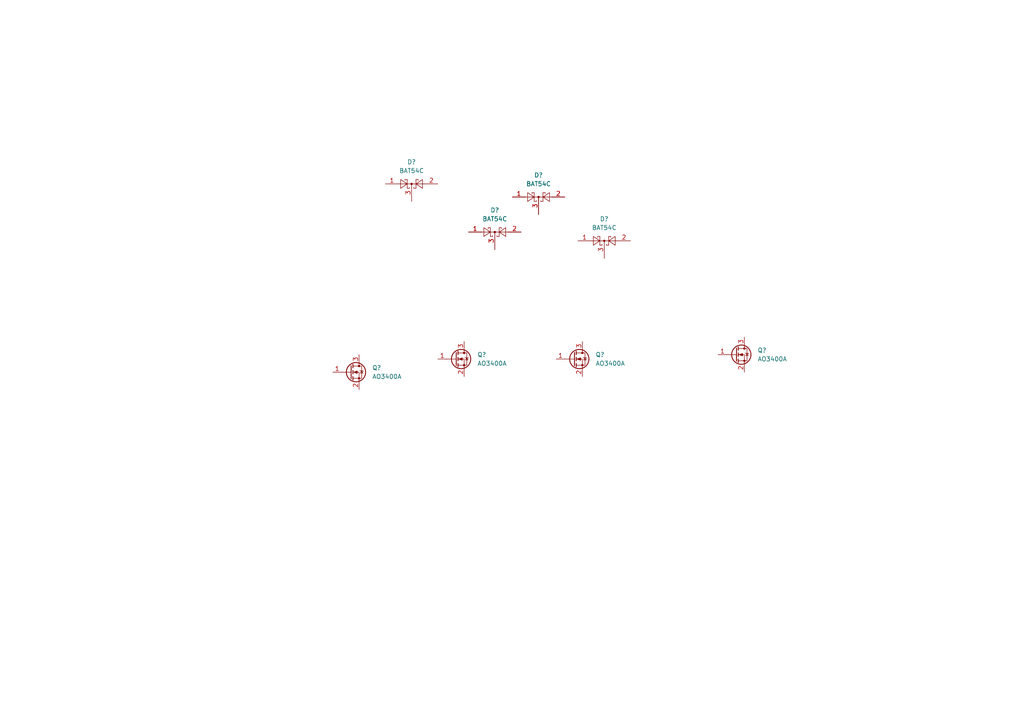
<source format=kicad_sch>
(kicad_sch (version 20211123) (generator eeschema)
  (paper "A4")
  (lib_symbols
    (symbol "Diode:BAT54C" (pin_names (offset 1.016))
      (property "Reference" "D" (at 0.635 -3.81 0))
      (property "Value" "BAT54C" (at -6.35 3.175 0))
      (symbol "BAT54C_0_1"
        (polyline (pts (xy -1.905 0) (xy 1.905 0)))
        (polyline (pts (xy -1.905 1.27) (xy -1.905 1.016)))
        (polyline (pts (xy -1.27 -1.27) (xy -0.635 -1.27)))
        (polyline (pts (xy -1.27 0) (xy -3.81 0)))
        (polyline (pts (xy -1.27 1.27) (xy -1.905 1.27)))
        (polyline (pts (xy -1.27 1.27) (xy -1.27 -1.27)))
        (polyline (pts (xy -0.635 -1.27) (xy -0.635 -1.016)))
        (polyline (pts (xy 0.635 -1.27) (xy 0.635 -1.016)))
        (polyline (pts (xy 1.27 -1.27) (xy 0.635 -1.27)))
        (polyline (pts (xy 1.27 1.27) (xy 1.27 -1.27)))
        (polyline (pts (xy 1.27 1.27) (xy 1.905 1.27)))
        (polyline (pts (xy 1.905 1.27) (xy 1.905 1.016)))
        (polyline (pts (xy 3.81 0) (xy 1.27 0)))
        (polyline (pts (xy -3.175 -1.27) (xy -3.175 1.27) (xy -1.27 0) (xy -3.175 -1.27)))
        (polyline (pts (xy 3.175 -1.27) (xy 3.175 1.27) (xy 1.27 0) (xy 3.175 -1.27)))
        (circle (center 0 0) (radius 0.254) (fill (type outline)))
      )
      (symbol "BAT54C_1_1"
        (pin passive line (at -7.62 0 0) (length 3.81) (name "~") (number "1"))
        (pin passive line (at 7.62 0 180) (length 3.81) (name "~") (number "2"))
        (pin passive line (at 0 -5.08 90) (length 5.08) (name "~") (number "3"))
      )
    )
    (symbol "Transistor_FET:AO3400A" (pin_names hide)
      (property "Reference" "Q" (at 5.08 1.905 0))
      (property "Value" "AO3400A" (at 5.08 0 0))
      (symbol "AO3400A_0_1"
        (polyline (pts (xy 0.254 0) (xy -2.54 0)))
        (polyline (pts (xy 0.254 1.905) (xy 0.254 -1.905)) (stroke (width 0.254)))
        (polyline (pts (xy 0.762 -1.27) (xy 0.762 -2.286)) (stroke (width 0.254)))
        (polyline (pts (xy 0.762 0.508) (xy 0.762 -0.508)) (stroke (width 0.254)))
        (polyline (pts (xy 0.762 2.286) (xy 0.762 1.27)) (stroke (width 0.254)))
        (polyline (pts (xy 2.54 2.54) (xy 2.54 1.778)))
        (polyline (pts (xy 2.54 -2.54) (xy 2.54 0) (xy 0.762 0)))
        (polyline (pts (xy 0.762 -1.778) (xy 3.302 -1.778) (xy 3.302 1.778) (xy 0.762 1.778)))
        (polyline (pts (xy 1.016 0) (xy 2.032 0.381) (xy 2.032 -0.381) (xy 1.016 0)) (fill (type outline)))
        (polyline (pts (xy 2.794 0.508) (xy 2.921 0.381) (xy 3.683 0.381) (xy 3.81 0.254)))
        (polyline (pts (xy 3.302 0.381) (xy 2.921 -0.254) (xy 3.683 -0.254) (xy 3.302 0.381)))
        (circle (center 1.651 0) (radius 2.794) (stroke (width 0.254)))
        (circle (center 2.54 -1.778) (radius 0.254) (fill (type outline)))
        (circle (center 2.54 1.778) (radius 0.254) (fill (type outline)))
      )
      (symbol "AO3400A_1_1"
        (pin input line (at -5.08 0 0) (length 2.54) (name "G") (number "1"))
        (pin passive line (at 2.54 -5.08 90) (length 2.54) (name "S") (number "2"))
        (pin passive line (at 2.54 5.08 270) (length 2.54) (name "D") (number "3"))
      )
    )
  )
  (symbol (lib_id "Diode:BAT54C") (at 143.51 67.31 0) (unit 1)
    (property "Reference" "D?" (at 143.51 60.96 0))
    (property "Value" "BAT54C" (at 143.51 63.5 0))
    (property "Footprint" "Package_TO_SOT_SMD:SOT-23" (effects hide))
    (property "Datasheet" "http://www.diodes.com/_files/datasheets/ds11005.pdf" (effects hide))
  )
  (symbol (lib_id "Transistor_FET:AO3400A") (at 166.37 104.14 0) (unit 1)
    (property "Reference" "Q?" (at 172.72 102.8699 0) (effects (justify left)))
    (property "Value" "AO3400A" (at 172.72 105.4099 0) (effects (justify left)))
    (property "Footprint" "Package_TO_SOT_SMD:SOT-23" (effects hide))
    (property "Datasheet" "http://www.aosmd.com/pdfs/datasheet/AO3400A.pdf" (effects hide))
  )
  (symbol (lib_id "Diode:BAT54C") (at 175.26 69.85 0) (unit 1)
    (property "Reference" "D?" (at 175.26 63.5 0))
    (property "Value" "BAT54C" (at 175.26 66.04 0))
    (property "Footprint" "Package_TO_SOT_SMD:SOT-23" (effects hide))
    (property "Datasheet" "http://www.diodes.com/_files/datasheets/ds11005.pdf" (effects hide))
  )
  (symbol (lib_id "Transistor_FET:AO3400A") (at 213.36 102.87 0) (unit 1)
    (property "Reference" "Q?" (at 219.71 101.5999 0) (effects (justify left)))
    (property "Value" "AO3400A" (at 219.71 104.1399 0) (effects (justify left)))
    (property "Footprint" "Package_TO_SOT_SMD:SOT-23" (effects hide))
    (property "Datasheet" "http://www.aosmd.com/pdfs/datasheet/AO3400A.pdf" (effects hide))
  )
  (symbol (lib_id "Diode:BAT54C") (at 119.38 53.34 0) (unit 1)
    (property "Reference" "D?" (at 119.38 46.99 0))
    (property "Value" "BAT54C" (at 119.38 49.53 0))
    (property "Footprint" "Package_TO_SOT_SMD:SOT-23" (effects hide))
    (property "Datasheet" "http://www.diodes.com/_files/datasheets/ds11005.pdf" (effects hide))
  )
  (symbol (lib_id "Transistor_FET:AO3400A") (at 101.6 107.95 0) (unit 1)
    (property "Reference" "Q?" (at 107.95 106.6799 0) (effects (justify left)))
    (property "Value" "AO3400A" (at 107.95 109.2199 0) (effects (justify left)))
    (property "Footprint" "Package_TO_SOT_SMD:SOT-23" (effects hide))
    (property "Datasheet" "http://www.aosmd.com/pdfs/datasheet/AO3400A.pdf" (effects hide))
  )
  (symbol (lib_id "Transistor_FET:AO3400A") (at 132.08 104.14 0) (unit 1)
    (property "Reference" "Q?" (at 138.43 102.8699 0) (effects (justify left)))
    (property "Value" "AO3400A" (at 138.43 105.4099 0) (effects (justify left)))
    (property "Footprint" "Package_TO_SOT_SMD:SOT-23" (effects hide))
    (property "Datasheet" "http://www.aosmd.com/pdfs/datasheet/AO3400A.pdf" (effects hide))
  )
  (symbol (lib_id "Diode:BAT54C") (at 156.21 57.15 0) (unit 1)
    (property "Reference" "D?" (at 156.21 50.8 0))
    (property "Value" "BAT54C" (at 156.21 53.34 0))
    (property "Footprint" "Package_TO_SOT_SMD:SOT-23" (effects hide))
    (property "Datasheet" "http://www.diodes.com/_files/datasheets/ds11005.pdf" (effects hide))
  )
)
</source>
